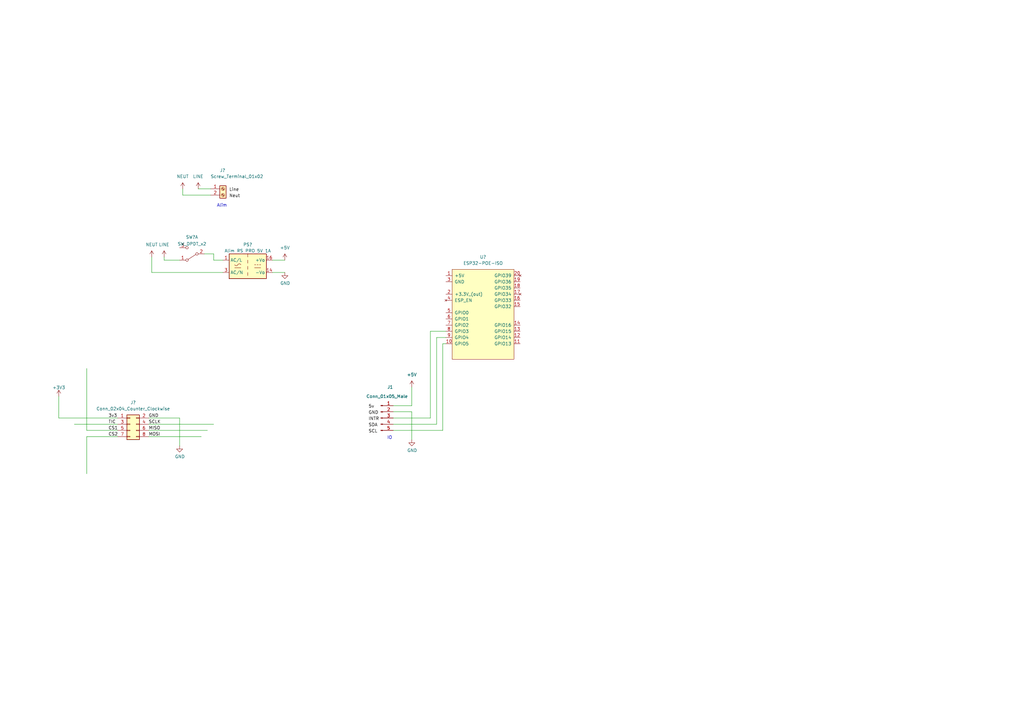
<source format=kicad_sch>
(kicad_sch (version 20211123) (generator eeschema)
  (paper "A3")
  (lib_symbols
    (symbol "Connector:Conn_01x05_Male" (pin_names (offset 1.016) hide)
      (property "Reference" "J" (at 0 7.62 0))
      (property "Value" "Conn_01x05_Male" (at 0 -7.62 0))
      (symbol "Conn_01x05_Male_1_1"
        (polyline (pts (xy 1.27 -5.08) (xy 0.8636 -5.08)) (stroke (width 0.1524)))
        (polyline (pts (xy 1.27 -2.54) (xy 0.8636 -2.54)) (stroke (width 0.1524)))
        (polyline (pts (xy 1.27 0) (xy 0.8636 0)) (stroke (width 0.1524)))
        (polyline (pts (xy 1.27 2.54) (xy 0.8636 2.54)) (stroke (width 0.1524)))
        (polyline (pts (xy 1.27 5.08) (xy 0.8636 5.08)) (stroke (width 0.1524)))
        (rectangle (start 0.8636 -4.953) (end 0 -5.207) (stroke (width 0.1524)) (fill (type outline)))
        (rectangle (start 0.8636 -2.413) (end 0 -2.667) (stroke (width 0.1524)) (fill (type outline)))
        (rectangle (start 0.8636 0.127) (end 0 -0.127) (stroke (width 0.1524)) (fill (type outline)))
        (rectangle (start 0.8636 2.667) (end 0 2.413) (stroke (width 0.1524)) (fill (type outline)))
        (rectangle (start 0.8636 5.207) (end 0 4.953) (stroke (width 0.1524)) (fill (type outline)))
        (pin passive line (at 5.08 5.08 180) (length 3.81) (name "Pin_1") (number "1"))
        (pin passive line (at 5.08 2.54 180) (length 3.81) (name "Pin_2") (number "2"))
        (pin passive line (at 5.08 0 180) (length 3.81) (name "Pin_3") (number "3"))
        (pin passive line (at 5.08 -2.54 180) (length 3.81) (name "Pin_4") (number "4"))
        (pin passive line (at 5.08 -5.08 180) (length 3.81) (name "Pin_5") (number "5"))
      )
    )
    (symbol "Connector:Screw_Terminal_01x02" (pin_names (offset 1.016) hide)
      (property "Reference" "J" (at 0 2.54 0))
      (property "Value" "Screw_Terminal_01x02" (at 0 -5.08 0))
      (symbol "Screw_Terminal_01x02_1_1"
        (rectangle (start -1.27 1.27) (end 1.27 -3.81) (stroke (width 0.254)) (fill (type background)))
        (circle (center 0 -2.54) (radius 0.635) (stroke (width 0.1524)))
        (polyline (pts (xy -0.5334 -2.2098) (xy 0.3302 -3.048)) (stroke (width 0.1524)))
        (polyline (pts (xy -0.5334 0.3302) (xy 0.3302 -0.508)) (stroke (width 0.1524)))
        (polyline (pts (xy -0.3556 -2.032) (xy 0.508 -2.8702)) (stroke (width 0.1524)))
        (polyline (pts (xy -0.3556 0.508) (xy 0.508 -0.3302)) (stroke (width 0.1524)))
        (circle (center 0 0) (radius 0.635) (stroke (width 0.1524)))
        (pin passive line (at -5.08 0 0) (length 3.81) (name "Pin_1") (number "1"))
        (pin passive line (at -5.08 -2.54 0) (length 3.81) (name "Pin_2") (number "2"))
      )
    )
    (symbol "Connector_Generic:Conn_02x04_Odd_Even" (pin_names (offset 1.016) hide)
      (property "Reference" "J" (at 1.27 5.08 0))
      (property "Value" "Conn_02x04_Odd_Even" (at 1.27 -7.62 0))
      (symbol "Conn_02x04_Odd_Even_1_1"
        (rectangle (start -1.27 -4.953) (end 0 -5.207) (stroke (width 0.1524)))
        (rectangle (start -1.27 -2.413) (end 0 -2.667) (stroke (width 0.1524)))
        (rectangle (start -1.27 0.127) (end 0 -0.127) (stroke (width 0.1524)))
        (rectangle (start -1.27 2.667) (end 0 2.413) (stroke (width 0.1524)))
        (rectangle (start -1.27 3.81) (end 3.81 -6.35) (stroke (width 0.254)) (fill (type background)))
        (rectangle (start 3.81 -4.953) (end 2.54 -5.207) (stroke (width 0.1524)))
        (rectangle (start 3.81 -2.413) (end 2.54 -2.667) (stroke (width 0.1524)))
        (rectangle (start 3.81 0.127) (end 2.54 -0.127) (stroke (width 0.1524)))
        (rectangle (start 3.81 2.667) (end 2.54 2.413) (stroke (width 0.1524)))
        (pin passive line (at -5.08 2.54 0) (length 3.81) (name "Pin_1") (number "1"))
        (pin passive line (at 7.62 2.54 180) (length 3.81) (name "Pin_2") (number "2"))
        (pin passive line (at -5.08 0 0) (length 3.81) (name "Pin_3") (number "3"))
        (pin passive line (at 7.62 0 180) (length 3.81) (name "Pin_4") (number "4"))
        (pin passive line (at -5.08 -2.54 0) (length 3.81) (name "Pin_5") (number "5"))
        (pin passive line (at 7.62 -2.54 180) (length 3.81) (name "Pin_6") (number "6"))
        (pin passive line (at -5.08 -5.08 0) (length 3.81) (name "Pin_7") (number "7"))
        (pin passive line (at 7.62 -5.08 180) (length 3.81) (name "Pin_8") (number "8"))
      )
    )
    (symbol "Converter_ACDC:IRM-03-5"
      (property "Reference" "PS" (at 0 6.35 0))
      (property "Value" "IRM-03-5" (at 0 -6.35 0))
      (symbol "IRM-03-5_0_1"
        (rectangle (start -7.62 5.08) (end 7.62 -5.08) (stroke (width 0.254)) (fill (type background)))
        (arc (start -5.334 0.635) (mid -4.699 0.2495) (end -4.064 0.635))
        (arc (start -2.794 0.635) (mid -3.429 1.0072) (end -4.064 0.635))
        (polyline (pts (xy -5.334 -0.635) (xy -2.794 -0.635)))
        (polyline (pts (xy 0 -2.54) (xy 0 -3.81)))
        (polyline (pts (xy 0 0) (xy 0 -1.27)))
        (polyline (pts (xy 0 2.54) (xy 0 1.27)))
        (polyline (pts (xy 0 5.08) (xy 0 3.81)))
        (polyline (pts (xy 2.794 -0.635) (xy 5.334 -0.635)))
        (polyline (pts (xy 2.794 0.635) (xy 3.302 0.635)))
        (polyline (pts (xy 3.81 0.635) (xy 4.318 0.635)))
        (polyline (pts (xy 4.826 0.635) (xy 5.334 0.635)))
      )
      (symbol "IRM-03-5_1_1"
        (pin power_in line (at -10.16 2.54 0) (length 2.54) (name "AC/L") (number "1"))
        (pin power_out line (at 10.16 -2.54 180) (length 2.54) (name "-Vo") (number "14"))
        (pin power_out line (at 10.16 2.54 180) (length 2.54) (name "+Vo") (number "16"))
        (pin power_in line (at -10.16 -2.54 0) (length 2.54) (name "AC/N") (number "3"))
        (pin no_connect line (at -7.62 0 0) (length 2.54) hide (name "NC") (number "5"))
      )
    )
    (symbol "Switch:SW_DPDT_x2" (pin_names (offset 0) hide)
      (property "Reference" "SW" (at 0 4.318 0))
      (property "Value" "SW_DPDT_x2" (at 0 -5.08 0))
      (symbol "SW_DPDT_x2_0_0"
        (circle (center -2.032 0) (radius 0.508))
        (circle (center 2.032 -2.54) (radius 0.508))
      )
      (symbol "SW_DPDT_x2_0_1"
        (polyline (pts (xy -1.524 0.254) (xy 1.651 2.286)))
        (circle (center 2.032 2.54) (radius 0.508))
      )
      (symbol "SW_DPDT_x2_1_1"
        (pin passive line (at 5.08 2.54 180) (length 2.54) (name "A") (number "1"))
        (pin passive line (at -5.08 0 0) (length 2.54) (name "B") (number "2"))
        (pin passive line (at 5.08 -2.54 180) (length 2.54) (name "C") (number "3"))
      )
      (symbol "SW_DPDT_x2_2_1"
        (pin passive line (at 5.08 2.54 180) (length 2.54) (name "A") (number "4"))
        (pin passive line (at -5.08 0 0) (length 2.54) (name "B") (number "5"))
        (pin passive line (at 5.08 -2.54 180) (length 2.54) (name "C") (number "6"))
      )
    )
    (symbol "mylife-symbols:ESP32-POE-ISO" (pin_names (offset 1.016))
      (property "Reference" "U" (at 0 21.59 0))
      (property "Value" "ESP32-POE-ISO" (at 0 19.05 0))
      (symbol "ESP32-POE-ISO_0_1"
        (rectangle (start -12.7 17.78) (end 12.7 -19.05) (fill (type background)))
      )
      (symbol "ESP32-POE-ISO_1_1"
        (pin power_in line (at -15.24 15.24 0) (length 2.54) (name "+5V") (number "1"))
        (pin bidirectional line (at -15.24 -12.7 0) (length 2.54) (name "GPIO5") (number "10"))
        (pin bidirectional line (at 15.24 -12.7 180) (length 2.54) (name "GPIO13") (number "11"))
        (pin bidirectional line (at 15.24 -10.16 180) (length 2.54) (name "GPIO14") (number "12"))
        (pin bidirectional line (at 15.24 -7.62 180) (length 2.54) (name "GPIO15") (number "13"))
        (pin bidirectional line (at 15.24 -5.08 180) (length 2.54) (name "GPIO16") (number "14"))
        (pin bidirectional line (at 15.24 2.54 180) (length 2.54) (name "GPIO32") (number "15"))
        (pin bidirectional line (at 15.24 5.08 180) (length 2.54) (name "GPIO33") (number "16"))
        (pin no_connect line (at 15.24 7.62 180) (length 2.54) (name "GPIO34") (number "17"))
        (pin bidirectional line (at 15.24 10.16 180) (length 2.54) (name "GPIO35") (number "18"))
        (pin bidirectional line (at 15.24 12.7 180) (length 2.54) (name "GPIO36") (number "19"))
        (pin power_out line (at -15.24 7.62 0) (length 2.54) (name "+3.3V_(out)") (number "2"))
        (pin no_connect line (at 15.24 15.24 180) (length 2.54) (name "GPIO39") (number "20"))
        (pin power_in line (at -15.24 12.7 0) (length 2.54) (name "GND") (number "3"))
        (pin no_connect line (at -15.24 5.08 0) (length 2.54) (name "ESP_EN") (number "4"))
        (pin bidirectional line (at -15.24 0 0) (length 2.54) (name "GPIO0") (number "5"))
        (pin bidirectional line (at -15.24 -2.54 0) (length 2.54) (name "GPIO1") (number "6"))
        (pin bidirectional line (at -15.24 -5.08 0) (length 2.54) (name "GPIO2") (number "7"))
        (pin bidirectional line (at -15.24 -7.62 0) (length 2.54) (name "GPIO3") (number "8"))
        (pin bidirectional line (at -15.24 -10.16 0) (length 2.54) (name "GPIO4") (number "9"))
      )
    )
    (symbol "power:+3V3" (power) (pin_names (offset 0))
      (property "Value" "+3V3" (at 0 3.556 0))
      (symbol "+3V3_0_1"
        (polyline (pts (xy -0.762 1.27) (xy 0 2.54)))
        (polyline (pts (xy 0 0) (xy 0 2.54)))
        (polyline (pts (xy 0 2.54) (xy 0.762 1.27)))
      )
      (symbol "+3V3_1_1"
        (pin power_in line (at 0 0 90) (length 0) hide (name "+3V3") (number "1"))
      )
    )
    (symbol "power:+5V" (power) (pin_names (offset 0))
      (property "Value" "+5V" (at 0 3.556 0))
      (symbol "+5V_0_1"
        (polyline (pts (xy -0.762 1.27) (xy 0 2.54)))
        (polyline (pts (xy 0 0) (xy 0 2.54)))
        (polyline (pts (xy 0 2.54) (xy 0.762 1.27)))
      )
      (symbol "+5V_1_1"
        (pin power_in line (at 0 0 90) (length 0) hide (name "+5V") (number "1"))
      )
    )
    (symbol "power:GND" (power) (pin_names (offset 0))
      (property "Value" "GND" (at 0 -3.81 0))
      (symbol "GND_0_1"
        (polyline (pts (xy 0 0) (xy 0 -1.27) (xy 1.27 -1.27) (xy 0 -2.54) (xy -1.27 -1.27) (xy 0 -1.27)))
      )
      (symbol "GND_1_1"
        (pin power_in line (at 0 0 270) (length 0) hide (name "GND") (number "1"))
      )
    )
    (symbol "power:LINE" (power) (pin_names (offset 0))
      (property "Value" "LINE" (at 0 3.81 0))
      (symbol "LINE_0_1"
        (polyline (pts (xy -0.762 1.27) (xy 0 2.54)))
        (polyline (pts (xy 0 0) (xy 0 2.54)))
        (polyline (pts (xy 0 2.54) (xy 0.762 1.27)))
      )
      (symbol "LINE_1_1"
        (pin power_in line (at 0 0 90) (length 0) hide (name "LINE") (number "1"))
      )
    )
    (symbol "power:NEUT" (power) (pin_names (offset 0))
      (property "Value" "NEUT" (at 0 3.81 0))
      (symbol "NEUT_0_1"
        (polyline (pts (xy -0.762 1.27) (xy 0 2.54)))
        (polyline (pts (xy 0 0) (xy 0 2.54)))
        (polyline (pts (xy 0 2.54) (xy 0.762 1.27)))
      )
      (symbol "NEUT_1_1"
        (pin power_in line (at 0 0 90) (length 0) hide (name "NEUT") (number "1"))
      )
    )
  )
  (wire (pts (xy 111.76 106.68) (xy 116.84 106.68)))
  (wire (pts (xy 81.28 77.47) (xy 86.36 77.47)))
  (wire (pts (xy 176.53 171.45) (xy 176.53 135.89)))
  (wire (pts (xy 181.61 140.97) (xy 182.88 140.97)))
  (wire (pts (xy 161.29 173.99) (xy 179.07 173.99)))
  (wire (pts (xy 179.07 173.99) (xy 179.07 138.43)))
  (wire (pts (xy 179.07 138.43) (xy 182.88 138.43)))
  (wire (pts (xy 181.61 176.53) (xy 181.61 140.97)))
  (wire (pts (xy 83.82 104.14) (xy 87.63 104.14)))
  (wire (pts (xy 111.76 111.76) (xy 116.84 111.76)))
  (wire (pts (xy 161.29 166.37) (xy 168.91 166.37)))
  (wire (pts (xy 24.13 171.45) (xy 48.26 171.45)))
  (wire (pts (xy 168.91 166.37) (xy 168.91 158.75)))
  (wire (pts (xy 74.93 80.01) (xy 74.93 77.47)))
  (wire (pts (xy 60.96 176.53) (xy 85.09 176.53)))
  (wire (pts (xy 60.96 173.99) (xy 87.63 173.99)))
  (wire (pts (xy 87.63 106.68) (xy 91.44 106.68)))
  (wire (pts (xy 161.29 168.91) (xy 168.91 168.91)))
  (wire (pts (xy 24.13 171.45) (xy 24.13 162.56)))
  (wire (pts (xy 168.91 168.91) (xy 168.91 180.34)))
  (wire (pts (xy 35.56 176.53) (xy 48.26 176.53)))
  (wire (pts (xy 87.63 104.14) (xy 87.63 106.68)))
  (wire (pts (xy 30.48 173.99) (xy 48.26 173.99)))
  (wire (pts (xy 35.56 179.07) (xy 48.26 179.07)))
  (wire (pts (xy 161.29 176.53) (xy 181.61 176.53)))
  (wire (pts (xy 176.53 135.89) (xy 182.88 135.89)))
  (wire (pts (xy 67.31 105.41) (xy 67.31 106.68)))
  (wire (pts (xy 60.96 179.07) (xy 82.55 179.07)))
  (wire (pts (xy 73.66 182.88) (xy 73.66 171.45)))
  (wire (pts (xy 91.44 111.76) (xy 62.23 111.76)))
  (wire (pts (xy 35.56 176.53) (xy 35.56 151.13)))
  (wire (pts (xy 73.66 171.45) (xy 60.96 171.45)))
  (wire (pts (xy 161.29 171.45) (xy 176.53 171.45)))
  (wire (pts (xy 67.31 106.68) (xy 73.66 106.68)))
  (wire (pts (xy 86.36 80.01) (xy 74.93 80.01)))
  (wire (pts (xy 62.23 111.76) (xy 62.23 105.41)))
  (wire (pts (xy 35.56 194.31) (xy 35.56 179.07)))
  (text "Alim" (at 88.9 85.09 0) (effects (font (size 1.27 1.27)) (justify left bottom)))
  (text "IO" (at 158.75 180.34 0) (effects (font (size 1.27 1.27)) (justify left bottom)))
  (label "Neut" (at 93.98 81.28 0))
  (label "Line" (at 93.98 78.74 0))
  (label "GND" (at 60.96 171.45 0))
  (label "3v3" (at 44.45 171.45 0))
  (label "INTR" (at 151.13 172.72 0))
  (label "SDA" (at 151.13 175.26 0))
  (label "CS1" (at 44.45 176.53 0))
  (label "MOSI" (at 60.96 179.07 0))
  (label "SCLK" (at 60.96 173.99 0))
  (label "MISO" (at 60.96 176.53 0))
  (label "SCL" (at 151.13 177.8 0))
  (label "GND" (at 151.13 170.18 0))
  (label "CS2" (at 44.45 179.07 0))
  (label "TIC" (at 44.45 173.99 0))
  (label "5v" (at 151.13 167.64 0))
  (symbol (lib_id "Connector:Screw_Terminal_01x02") (at 91.44 77.47 0) (unit 1)
    (property "Reference" "J?" (at 90.17 69.85 0) (effects (justify left)))
    (property "Value" "Screw_Terminal_01x02" (at 86.36 72.39 0) (effects (justify left)))
    (property "Footprint" "TerminalBlock:TerminalBlock_bornier-2_P5.08mm" (effects hide))
  )
  (symbol (lib_id "power:+5V") (at 116.84 106.68 0) (unit 1)
    (property "Reference" "#PWR?" (effects hide))
    (property "Value" "+5V" (at 116.84 101.6 0))
  )
  (symbol (lib_id "power:NEUT") (at 74.93 77.47 0) (unit 1)
    (property "Reference" "#PWR?" (effects hide))
    (property "Value" "NEUT" (at 74.93 72.39 0))
  )
  (symbol (lib_id "power:LINE") (at 81.28 77.47 0) (unit 1)
    (property "Reference" "#PWR?" (effects hide))
    (property "Value" "LINE" (at 81.28 72.39 0))
  )
  (symbol (lib_id "power:+3V3") (at 24.13 162.56 0) (unit 1)
    (property "Reference" "#PWR01" (effects hide))
    (property "Value" "+3V3" (at 24.13 158.9555 0))
  )
  (symbol (lib_id "power:LINE") (at 67.31 105.41 0) (unit 1)
    (property "Reference" "#PWR?" (effects hide))
    (property "Value" "LINE" (at 67.31 100.33 0))
  )
  (symbol (lib_id "power:GND") (at 73.66 182.88 0) (unit 1)
    (property "Reference" "#PWR?" (effects hide))
    (property "Value" "GND" (at 73.787 187.2742 0))
  )
  (symbol (lib_id "power:GND") (at 168.91 180.34 0) (unit 1)
    (property "Reference" "#PWR03" (effects hide))
    (property "Value" "GND" (at 169.037 184.7342 0))
  )
  (symbol (lib_id "Connector:Conn_01x05_Male") (at 156.21 171.45 0) (unit 1)
    (property "Reference" "J1" (at 160.02 158.75 0))
    (property "Value" "Conn_01x05_Male" (at 158.75 162.56 0))
    (property "Footprint" "Connector_PinHeader_2.54mm:PinHeader_1x05_P2.54mm_Vertical" (effects hide))
  )
  (symbol (lib_id "Converter_ACDC:IRM-03-5") (at 101.6 109.22 0) (unit 1)
    (property "Reference" "PS?" (at 101.6 100.33 0))
    (property "Value" "Alim RS PRO 5V 1A" (at 101.6 102.87 0))
    (property "Footprint" "Converter_ACDC:Converter_ACDC_MeanWell_IRM-03-xx_THT" (effects hide))
    (property "Datasheet" "https://docs.rs-online.com/6ace/0900766b816b4d25.pdf" (effects hide))
  )
  (symbol (lib_id "mylife-symbols:ESP32-POE-ISO") (at 198.12 128.27 0) (unit 1)
    (property "Reference" "U?" (at 198.12 105.41 0))
    (property "Value" "ESP32-POE-ISO" (at 198.12 107.95 0))
    (property "Datasheet" "https://www.olimex.com/Products/IoT/ESP32/ESP32-POE-ISO/open-source-hardware" (effects hide))
  )
  (symbol (lib_id "power:GND") (at 116.84 111.76 0) (unit 1)
    (property "Reference" "#PWR?" (effects hide))
    (property "Value" "GND" (at 116.967 116.1542 0))
  )
  (symbol (lib_id "power:+5V") (at 168.91 158.75 0) (unit 1)
    (property "Reference" "#PWR02" (effects hide))
    (property "Value" "+5V" (at 168.91 153.67 0))
  )
  (symbol (lib_id "power:NEUT") (at 62.23 105.41 0) (unit 1)
    (property "Reference" "#PWR?" (effects hide))
    (property "Value" "NEUT" (at 62.23 100.33 0))
  )
  (symbol (lib_id "Connector_Generic:Conn_02x04_Odd_Even") (at 53.34 173.99 0) (unit 1)
    (property "Reference" "J?" (at 54.61 165.1 0))
    (property "Value" "Conn_02x04_Counter_Clockwise" (at 54.61 167.64 0))
  )
  (symbol (lib_id "Switch:SW_DPDT_x2") (at 78.74 104.14 180) (unit 1)
    (property "Reference" "SW?" (at 78.74 97.2525 0))
    (property "Value" "SW_DPDT_x2" (at 78.74 100.0276 0))
    (property "Footprint" "mylife-footprints:RS PRO Switch MFP161D" (effects hide))
    (property "Datasheet" "https://docs.rs-online.com/3798/0900766b81495f3a.pdf" (effects hide))
  )
)
</source>
